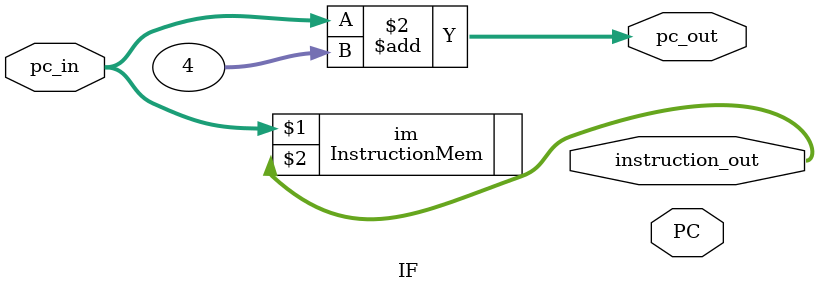
<source format=v>
`timescale 1ns / 1ps


module IF(pc_in,pc_out,instruction_out, PC);

input [31:0] pc_in;
output [31:0] pc_out,instruction_out, PC;
reg [31:0] pc_out, PC;
initial begin
  pc_out=32'b0;
  end
InstructionMem im(pc_in,instruction_out);
always @(pc_in) begin
   pc_out=pc_in+32'b100;
   end


endmodule

</source>
